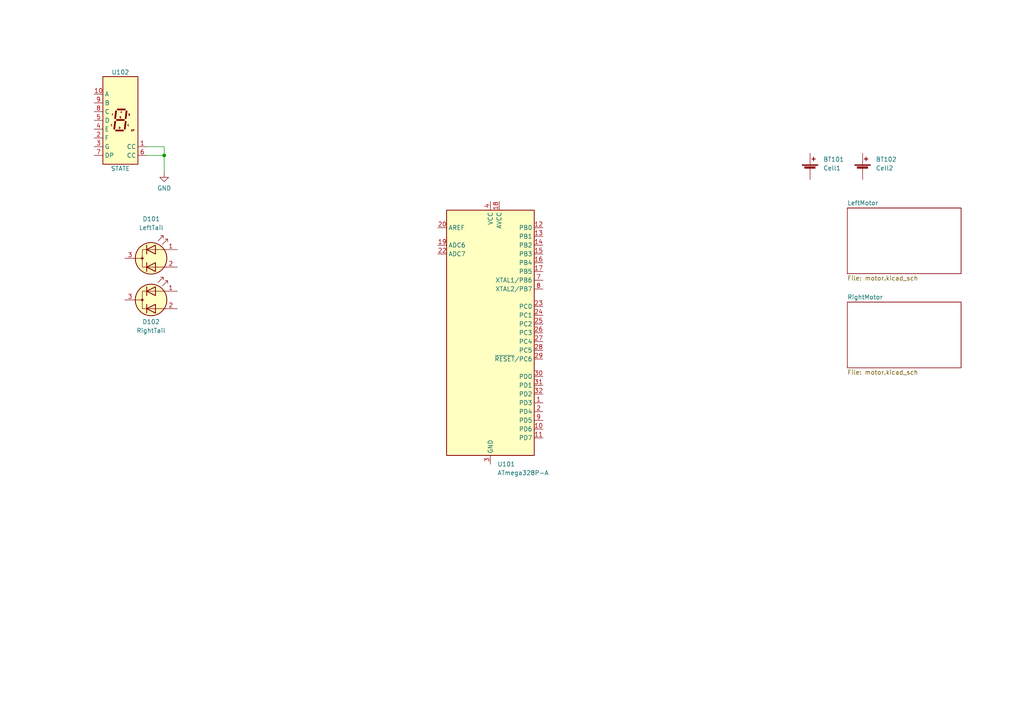
<source format=kicad_sch>
(kicad_sch (version 20211123) (generator eeschema)
  (paper "A4")
  (lib_symbols
    (symbol "Device:Battery_Cell" (pin_numbers hide) (pin_names (offset 0) hide)
      (property "Reference" "BT" (at 2.54 2.54 0))
      (property "Value" "Battery_Cell" (at 2.54 0 0))
      (symbol "Battery_Cell_0_1"
        (rectangle (start -2.286 1.778) (end 2.286 1.524) (fill (type outline)))
        (rectangle (start -1.5748 1.1938) (end 1.4732 0.6858) (fill (type outline)))
        (polyline (pts (xy 0 0.762) (xy 0 0)))
        (polyline (pts (xy 0 1.778) (xy 0 2.54)))
        (polyline (pts (xy 0.508 3.429) (xy 1.524 3.429)) (stroke (width 0.254)))
        (polyline (pts (xy 1.016 3.937) (xy 1.016 2.921)) (stroke (width 0.254)))
      )
      (symbol "Battery_Cell_1_1"
        (pin passive line (at 0 5.08 270) (length 2.54) (name "+") (number "1"))
        (pin passive line (at 0 -2.54 90) (length 2.54) (name "-") (number "2"))
      )
    )
    (symbol "Device:LED_Dual_AAK" (pin_names (offset 0) hide)
      (property "Reference" "D" (at 0 5.715 0))
      (property "Value" "LED_Dual_AAK" (at 0 -6.35 0))
      (symbol "LED_Dual_AAK_0_1"
        (circle (center -2.54 0) (radius 0.2794) (fill (type outline)))
        (polyline (pts (xy -4.572 0) (xy -2.54 0)))
        (polyline (pts (xy -1.27 -1.27) (xy -1.27 -3.81)) (stroke (width 0.254)))
        (polyline (pts (xy -1.27 1.27) (xy -1.27 3.81)) (stroke (width 0.254)))
        (polyline (pts (xy 3.81 -2.54) (xy 1.905 -2.54)))
        (polyline (pts (xy 3.81 2.54) (xy 1.905 2.54)))
        (polyline (pts (xy 1.27 -3.81) (xy 1.27 -1.27) (xy -1.27 -2.54) (xy 1.27 -3.81)) (stroke (width 0.254)))
        (polyline (pts (xy 1.27 1.27) (xy 1.27 3.81) (xy -1.27 2.54) (xy 1.27 1.27)) (stroke (width 0.254)))
        (polyline (pts (xy 2.032 2.54) (xy -2.54 2.54) (xy -2.54 -2.54) (xy 2.032 -2.54)))
        (polyline (pts (xy 2.032 5.08) (xy 3.556 6.604) (xy 2.794 6.604) (xy 3.556 6.604) (xy 3.556 5.842)))
        (polyline (pts (xy 3.302 4.064) (xy 4.826 5.588) (xy 4.064 5.588) (xy 4.826 5.588) (xy 4.826 4.826)))
        (circle (center 0 0) (radius 4.572) (stroke (width 0.254)) (fill (type background)))
      )
      (symbol "LED_Dual_AAK_1_1"
        (pin input line (at 7.62 2.54 180) (length 3.81) (name "A1") (number "1"))
        (pin input line (at 7.62 -2.54 180) (length 3.81) (name "A2") (number "2"))
        (pin input line (at -7.62 0 0) (length 3.048) (name "K") (number "3"))
      )
    )
    (symbol "Display_Character:HDSP-7803"
      (property "Reference" "U" (at -3.81 13.97 0))
      (property "Value" "HDSP-7803" (at 6.35 13.97 0))
      (symbol "HDSP-7803_1_0"
        (text "A" (at 0.254 2.413 0) (effects (font (size 0.508 0.508))))
        (text "B" (at 2.54 1.651 0) (effects (font (size 0.508 0.508))))
        (text "C" (at 2.286 -1.397 0) (effects (font (size 0.508 0.508))))
        (text "D" (at -0.254 -2.159 0) (effects (font (size 0.508 0.508))))
        (text "DP" (at 3.556 -2.921 0) (effects (font (size 0.508 0.508))))
        (text "E" (at -2.54 -1.397 0) (effects (font (size 0.508 0.508))))
        (text "F" (at -2.286 1.651 0) (effects (font (size 0.508 0.508))))
        (text "G" (at 0 0.889 0) (effects (font (size 0.508 0.508))))
      )
      (symbol "HDSP-7803_1_1"
        (rectangle (start -5.08 12.7) (end 5.08 -12.7) (stroke (width 0.254)) (fill (type background)))
        (polyline (pts (xy -1.524 -0.381) (xy -1.778 -2.413)) (stroke (width 0.508)))
        (polyline (pts (xy -1.27 -2.921) (xy 0.762 -2.921)) (stroke (width 0.508)))
        (polyline (pts (xy -1.27 2.667) (xy -1.524 0.635)) (stroke (width 0.508)))
        (polyline (pts (xy -1.016 0.127) (xy 1.016 0.127)) (stroke (width 0.508)))
        (polyline (pts (xy -0.762 3.175) (xy 1.27 3.175)) (stroke (width 0.508)))
        (polyline (pts (xy 1.524 -0.381) (xy 1.27 -2.413)) (stroke (width 0.508)))
        (polyline (pts (xy 1.778 2.667) (xy 1.524 0.635)) (stroke (width 0.508)))
        (polyline (pts (xy 2.54 -2.921) (xy 2.54 -2.921)) (stroke (width 0.508)))
        (pin input line (at 7.62 -7.62 180) (length 2.54) (name "CC") (number "1"))
        (pin input line (at -7.62 7.62 0) (length 2.54) (name "A") (number "10"))
        (pin input line (at -7.62 -5.08 0) (length 2.54) (name "F") (number "2"))
        (pin input line (at -7.62 -7.62 0) (length 2.54) (name "G") (number "3"))
        (pin input line (at -7.62 -2.54 0) (length 2.54) (name "E") (number "4"))
        (pin input line (at -7.62 0 0) (length 2.54) (name "D") (number "5"))
        (pin input line (at 7.62 -10.16 180) (length 2.54) (name "CC") (number "6"))
        (pin input line (at -7.62 -10.16 0) (length 2.54) (name "DP") (number "7"))
        (pin input line (at -7.62 2.54 0) (length 2.54) (name "C") (number "8"))
        (pin input line (at -7.62 5.08 0) (length 2.54) (name "B") (number "9"))
      )
    )
    (symbol "MCU_Microchip_ATmega:ATmega328P-A"
      (property "Reference" "U" (at -12.7 36.83 0))
      (property "Value" "ATmega328P-A" (at 2.54 -36.83 0))
      (symbol "ATmega328P-A_0_1"
        (rectangle (start -12.7 -35.56) (end 12.7 35.56) (stroke (width 0.254)) (fill (type background)))
      )
      (symbol "ATmega328P-A_1_1"
        (pin bidirectional line (at 15.24 -20.32 180) (length 2.54) (name "PD3") (number "1"))
        (pin bidirectional line (at 15.24 -27.94 180) (length 2.54) (name "PD6") (number "10"))
        (pin bidirectional line (at 15.24 -30.48 180) (length 2.54) (name "PD7") (number "11"))
        (pin bidirectional line (at 15.24 30.48 180) (length 2.54) (name "PB0") (number "12"))
        (pin bidirectional line (at 15.24 27.94 180) (length 2.54) (name "PB1") (number "13"))
        (pin bidirectional line (at 15.24 25.4 180) (length 2.54) (name "PB2") (number "14"))
        (pin bidirectional line (at 15.24 22.86 180) (length 2.54) (name "PB3") (number "15"))
        (pin bidirectional line (at 15.24 20.32 180) (length 2.54) (name "PB4") (number "16"))
        (pin bidirectional line (at 15.24 17.78 180) (length 2.54) (name "PB5") (number "17"))
        (pin power_in line (at 2.54 38.1 270) (length 2.54) (name "AVCC") (number "18"))
        (pin input line (at -15.24 25.4 0) (length 2.54) (name "ADC6") (number "19"))
        (pin bidirectional line (at 15.24 -22.86 180) (length 2.54) (name "PD4") (number "2"))
        (pin passive line (at -15.24 30.48 0) (length 2.54) (name "AREF") (number "20"))
        (pin passive line (at 0 -38.1 90) (length 2.54) hide (name "GND") (number "21"))
        (pin input line (at -15.24 22.86 0) (length 2.54) (name "ADC7") (number "22"))
        (pin bidirectional line (at 15.24 7.62 180) (length 2.54) (name "PC0") (number "23"))
        (pin bidirectional line (at 15.24 5.08 180) (length 2.54) (name "PC1") (number "24"))
        (pin bidirectional line (at 15.24 2.54 180) (length 2.54) (name "PC2") (number "25"))
        (pin bidirectional line (at 15.24 0 180) (length 2.54) (name "PC3") (number "26"))
        (pin bidirectional line (at 15.24 -2.54 180) (length 2.54) (name "PC4") (number "27"))
        (pin bidirectional line (at 15.24 -5.08 180) (length 2.54) (name "PC5") (number "28"))
        (pin bidirectional line (at 15.24 -7.62 180) (length 2.54) (name "~{RESET}/PC6") (number "29"))
        (pin power_in line (at 0 -38.1 90) (length 2.54) (name "GND") (number "3"))
        (pin bidirectional line (at 15.24 -12.7 180) (length 2.54) (name "PD0") (number "30"))
        (pin bidirectional line (at 15.24 -15.24 180) (length 2.54) (name "PD1") (number "31"))
        (pin bidirectional line (at 15.24 -17.78 180) (length 2.54) (name "PD2") (number "32"))
        (pin power_in line (at 0 38.1 270) (length 2.54) (name "VCC") (number "4"))
        (pin passive line (at 0 -38.1 90) (length 2.54) hide (name "GND") (number "5"))
        (pin passive line (at 0 38.1 270) (length 2.54) hide (name "VCC") (number "6"))
        (pin bidirectional line (at 15.24 15.24 180) (length 2.54) (name "XTAL1/PB6") (number "7"))
        (pin bidirectional line (at 15.24 12.7 180) (length 2.54) (name "XTAL2/PB7") (number "8"))
        (pin bidirectional line (at 15.24 -25.4 180) (length 2.54) (name "PD5") (number "9"))
      )
    )
    (symbol "power:GND" (power) (pin_names (offset 0))
      (property "Value" "GND" (at 0 -3.81 0))
      (symbol "GND_0_1"
        (polyline (pts (xy 0 0) (xy 0 -1.27) (xy 1.27 -1.27) (xy 0 -2.54) (xy -1.27 -1.27) (xy 0 -1.27)))
      )
      (symbol "GND_1_1"
        (pin power_in line (at 0 0 270) (length 0) hide (name "GND") (number "1"))
      )
    )
  )
  (junction (at 47.625 45.085))
  (wire (pts (xy 47.625 42.545) (xy 47.625 45.085)))
  (wire (pts (xy 42.545 42.545) (xy 47.625 42.545)))
  (wire (pts (xy 47.625 45.085) (xy 47.625 50.165)))
  (wire (pts (xy 42.545 45.085) (xy 47.625 45.085)))
  (symbol (lib_id "Display_Character:HDSP-7803") (at 34.925 34.925 0) (unit 1)
    (property "Reference" "U102" (at 34.925 20.955 0))
    (property "Value" "STATE" (at 34.925 48.895 0))
    (property "Footprint" "Display_7Segment:HDSP-7801" (effects hide))
    (property "Datasheet" "https://docs.broadcom.com/docs/AV02-2553EN" (effects hide))
  )
  (symbol (lib_id "Device:Battery_Cell") (at 234.95 49.53 0) (unit 1)
    (property "Reference" "BT101" (at 238.76 46.2279 0) (effects (justify left)))
    (property "Value" "Cell1" (at 238.76 48.7679 0) (effects (justify left)))
    (property "Footprint" "Battery:BatteryHolder_MPD_BH-18650-PC2" (effects hide))
  )
  (symbol (lib_id "MCU_Microchip_ATmega:ATmega328P-A") (at 142.24 96.52 0) (unit 1)
    (property "Reference" "U101" (at 144.2594 134.62 0) (effects (justify left)))
    (property "Value" "ATmega328P-A" (at 144.2594 137.16 0) (effects (justify left)))
    (property "Footprint" "Package_QFP:TQFP-32_7x7mm_P0.8mm" (effects hide))
    (property "Datasheet" "http://ww1.microchip.com/downloads/en/DeviceDoc/ATmega328_P%20AVR%20MCU%20with%20picoPower%20Technology%20Data%20Sheet%2040001984A.pdf" (effects hide))
  )
  (symbol (lib_id "power:GND") (at 47.625 50.165 0) (unit 1)
    (property "Reference" "#PWR0101" (effects hide))
    (property "Value" "GND" (at 47.625 54.61 0))
  )
  (symbol (lib_id "Device:LED_Dual_AAK") (at 43.815 86.995 0) (unit 1)
    (property "Reference" "D102" (at 43.815 93.345 0))
    (property "Value" "RightTail" (at 43.815 95.885 0))
    (property "Footprint" "MegaMouse:BrakeLight" (effects hide))
  )
  (symbol (lib_id "Device:LED_Dual_AAK") (at 43.815 74.93 0) (unit 1)
    (property "Reference" "D101" (at 43.8785 63.5 0))
    (property "Value" "LeftTail" (at 43.8785 66.04 0))
    (property "Footprint" "MegaMouse:BrakeLight" (effects hide))
  )
  (symbol (lib_id "Device:Battery_Cell") (at 250.19 49.53 0) (unit 1)
    (property "Reference" "BT102" (at 254 46.2279 0) (effects (justify left)))
    (property "Value" "Cell2" (at 254 48.7679 0) (effects (justify left)))
    (property "Footprint" "Battery:BatteryHolder_MPD_BH-18650-PC2" (effects hide))
  )
  (sheet (at 245.745 60.325) (size 33.02 19.05) (stroke (width 0.1524))
    (property "Sheet name" "LeftMotor" (at 245.745 59.6134 0) (effects (justify left bottom)))
    (property "Sheet file" "motor.kicad_sch" (at 245.745 79.9596 0) (effects (justify left top)))
  )
  (sheet (at 245.745 87.63) (size 33.02 19.05) (stroke (width 0.1524))
    (property "Sheet name" "RightMotor" (at 245.745 86.9184 0) (effects (justify left bottom)))
    (property "Sheet file" "motor.kicad_sch" (at 245.745 107.2646 0) (effects (justify left top)))
  )
)
</source>
